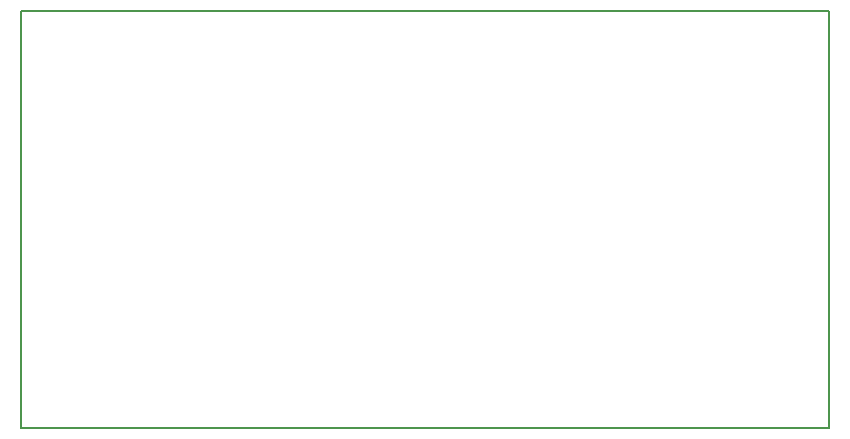
<source format=gbr>
G04 DipTrace 2.4.0.1*
%INpanel_BoardOutline.gbr*%
%MOIN*%
%ADD11C,0.0055*%
%FSLAX44Y44*%
G04*
G70*
G90*
G75*
G01*
%LNBoardOutline*%
%LPD*%
X3937Y3937D2*
D11*
X30877D1*
Y17813D1*
X3939Y17815D1*
X3937Y3937D1*
M02*

</source>
